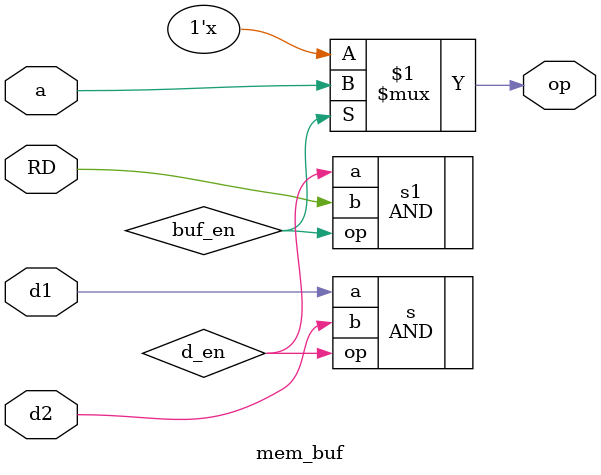
<source format=v>
`timescale 1ns / 1ps

module mem_buf(
     input a,
    input d1,d2,RD, //decoder1_w =d1, decoder2_w =d2, Read from cpu= RD 
    output op
    );
    wire d_en,buf_en;
    AND s(.a(d1), .b(d2), .op(d_en));
    AND s1(.a(d_en), .b(RD), .op(buf_en));
    bufif1 no_instantiation_name(op,a,buf_en);
endmodule

</source>
